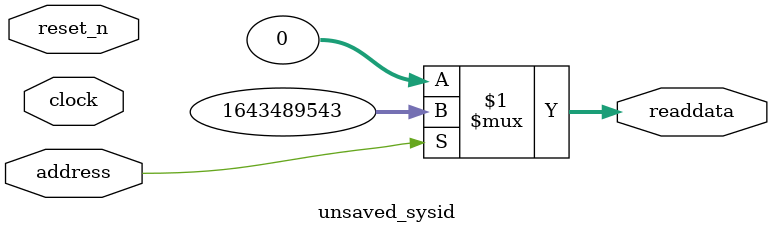
<source format=v>



// synthesis translate_off
`timescale 1ns / 1ps
// synthesis translate_on

// turn off superfluous verilog processor warnings 
// altera message_level Level1 
// altera message_off 10034 10035 10036 10037 10230 10240 10030 

module unsaved_sysid (
               // inputs:
                address,
                clock,
                reset_n,

               // outputs:
                readdata
             )
;

  output  [ 31: 0] readdata;
  input            address;
  input            clock;
  input            reset_n;

  wire    [ 31: 0] readdata;
  //control_slave, which is an e_avalon_slave
  assign readdata = address ? 1643489543 : 0;

endmodule



</source>
